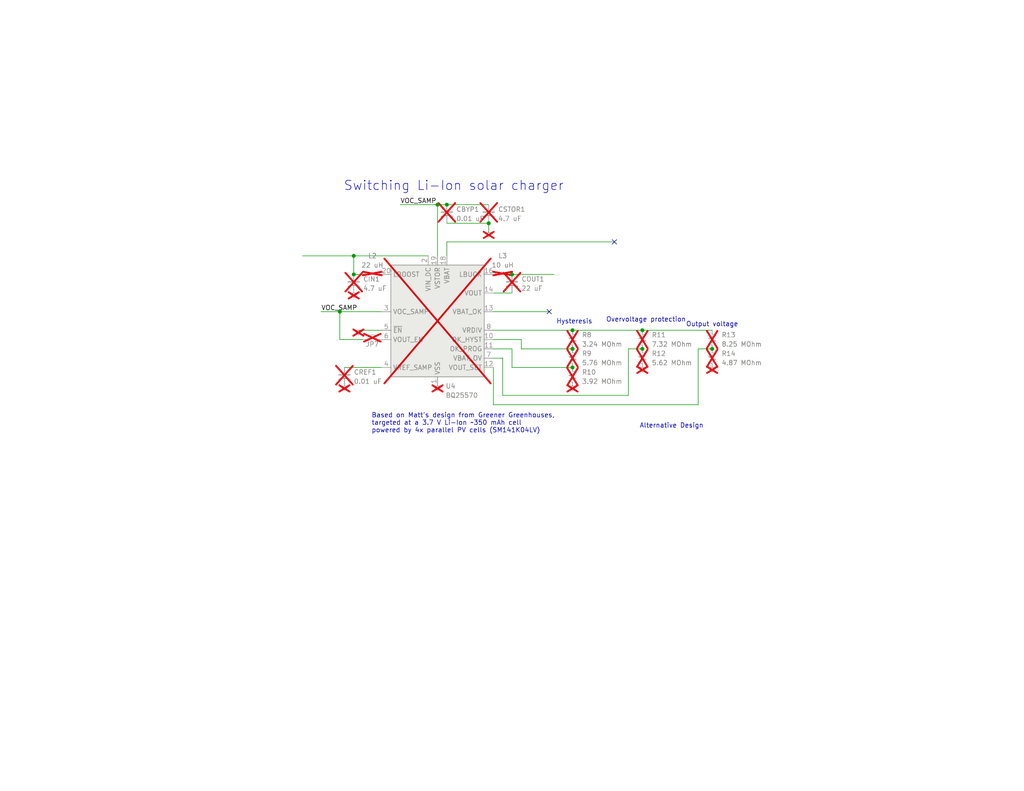
<source format=kicad_sch>
(kicad_sch (version 20231120) (generator "eeschema") (generator_version "8.0")
  (paper "USLetter")
  (title_block (title "ENTS Node Battery Module") (date "2024-11-12") (rev "3") (comment 1 "Jack Lin"))
  (lib_symbols
    (symbol "Battery_Management:BQ25570"
      (property "Reference" "U" (at -12.7 16.51 0))
      (property "Value" "BQ25570" (at 10.16 16.51 0))
      (symbol "BQ25570_0_1"
        (rectangle (start -12.7 15.24) (end 12.7 -15.24) (stroke (width 0.254)) (fill (type background)))
      )
      (symbol "BQ25570_1_1"
        (pin power_in line (at 0 -17.78 90) (length 2.54) (name "VSS") (number "1"))
        (pin input line (at 15.24 -5.08 180) (length 2.54) (name "OK_HYST") (number "10"))
        (pin input line (at 15.24 -7.62 180) (length 2.54) (name "OK_PROG") (number "11"))
        (pin input line (at 15.24 -12.7 180) (length 2.54) (name "VOUT_SET") (number "12"))
        (pin output line (at 15.24 2.54 180) (length 2.54) (name "VBAT_OK") (number "13"))
        (pin input line (at 15.24 7.62 180) (length 2.54) (name "VOUT") (number "14"))
        (pin passive line (at 0 -17.78 90) (length 2.54) hide (name "VSS") (number "15"))
        (pin passive line (at 15.24 12.7 180) (length 2.54) (name "LBUCK") (number "16"))
        (pin passive line (at 0 -17.78 90) (length 2.54) hide (name "VSS") (number "17"))
        (pin power_in line (at 2.54 17.78 270) (length 2.54) (name "VBAT") (number "18"))
        (pin power_out line (at 0 17.78 270) (length 2.54) (name "VSTOR") (number "19"))
        (pin power_in line (at -2.54 17.78 270) (length 2.54) (name "VIN_DC") (number "2"))
        (pin passive line (at -15.24 12.7 0) (length 2.54) (name "LBOOST") (number "20"))
        (pin passive line (at 0 -17.78 90) (length 2.54) hide (name "VSS") (number "21"))
        (pin input line (at -15.24 2.54 0) (length 2.54) (name "VOC_SAMP") (number "3"))
        (pin passive line (at -15.24 -12.7 0) (length 2.54) (name "VREF_SAMP") (number "4"))
        (pin input line (at -15.24 -2.54 0) (length 2.54) (name "~{EN}") (number "5"))
        (pin input line (at -15.24 -5.08 0) (length 2.54) (name "VOUT_EN") (number "6"))
        (pin input line (at 15.24 -10.16 180) (length 2.54) (name "VBAT_OV") (number "7"))
        (pin output line (at 15.24 -2.54 180) (length 2.54) (name "VRDIV") (number "8"))
        (pin passive line (at 0 -17.78 90) (length 2.54) hide (name "VSS") (number "9"))
      )
    )
    (symbol "Device:C_Polarized_Small_US" (pin_numbers hide) (pin_names (offset 0.254) hide)
      (property "Reference" "C" (at 0.254 1.778 0))
      (property "Value" "C_Polarized_Small_US" (at 0.254 -2.032 0))
      (symbol "C_Polarized_Small_US_0_1"
        (polyline (pts (xy -1.524 0.508) (xy 1.524 0.508)) (stroke (width 0.3048)))
        (polyline (pts (xy -1.27 1.524) (xy -0.762 1.524)))
        (polyline (pts (xy -1.016 1.27) (xy -1.016 1.778)))
        (arc (start 1.524 -0.762) (mid 0 -0.3734) (end -1.524 -0.762) (stroke (width 0.3048)))
      )
      (symbol "C_Polarized_Small_US_1_1"
        (pin passive line (at 0 2.54 270) (length 2.032) (name "~") (number "1"))
        (pin passive line (at 0 -2.54 90) (length 2.032) (name "~") (number "2"))
      )
    )
    (symbol "Device:L_Small" (pin_numbers hide) (pin_names (offset 0.254) hide)
      (property "Reference" "L" (at 0.762 1.016 0))
      (property "Value" "L_Small" (at 0.762 -1.016 0))
      (symbol "L_Small_0_1"
        (arc (start 0 -2.032) (mid 0.5058 -1.524) (end 0 -1.016))
        (arc (start 0 -1.016) (mid 0.5058 -0.508) (end 0 0))
        (arc (start 0 0) (mid 0.5058 0.508) (end 0 1.016))
        (arc (start 0 1.016) (mid 0.5058 1.524) (end 0 2.032))
      )
      (symbol "L_Small_1_1"
        (pin passive line (at 0 2.54 270) (length 0.508) (name "~") (number "1"))
        (pin passive line (at 0 -2.54 90) (length 0.508) (name "~") (number "2"))
      )
    )
    (symbol "Device:R_Small_US" (pin_numbers hide) (pin_names (offset 0.254) hide)
      (property "Reference" "R" (at 0.762 0.508 0))
      (property "Value" "R_Small_US" (at 0.762 -1.016 0))
      (symbol "R_Small_US_1_1"
        (polyline (pts (xy 0 0) (xy 1.016 -0.381) (xy 0 -0.762) (xy -1.016 -1.143) (xy 0 -1.524)))
        (polyline (pts (xy 0 1.524) (xy 1.016 1.143) (xy 0 0.762) (xy -1.016 0.381) (xy 0 0)))
        (pin passive line (at 0 2.54 270) (length 1.016) (name "~") (number "1"))
        (pin passive line (at 0 -2.54 90) (length 1.016) (name "~") (number "2"))
      )
    )
    (symbol "Jumper:Jumper_2_Small_Open" (pin_numbers hide) (pin_names (offset 0) hide) (exclude_from_sim yes)
      (property "Reference" "JP" (at 0 2.794 0))
      (property "Value" "Jumper_2_Small_Open" (at 0 -2.286 0))
      (symbol "Jumper_2_Small_Open_0_0"
        (circle (center -1.016 0) (radius 0.254))
        (circle (center 1.016 0) (radius 0.254))
      )
      (symbol "Jumper_2_Small_Open_0_1"
        (arc (start 0.762 1.0196) (mid 0 1.2729) (end -0.762 1.0196))
      )
      (symbol "Jumper_2_Small_Open_1_1"
        (pin passive line (at -2.54 0 0) (length 1.27) (name "A") (number "1"))
        (pin passive line (at 2.54 0 180) (length 1.27) (name "B") (number "2"))
      )
    )
    (symbol "Simulation_SPICE:0" (power) (pin_numbers hide) (pin_names (offset 0) hide)
      (property "Value" "0" (at 0 -2.54 0))
      (symbol "0_0_1"
        (polyline (pts (xy -1.27 0) (xy 0 -1.27) (xy 1.27 0) (xy -1.27 0)))
      )
      (symbol "0_1_1"
        (pin power_in line (at 0 0 0) (length 0) (name "~") (number "1"))
      )
    )
  )
  (junction (at 92.71 85.09))
  (junction (at 156.21 100.33))
  (junction (at 133.35 60.96))
  (junction (at 194.31 95.25))
  (junction (at 156.21 90.17))
  (junction (at 96.52 74.93))
  (junction (at 175.26 90.17))
  (junction (at 175.26 95.25))
  (junction (at 139.7 74.93))
  (junction (at 121.92 55.88))
  (junction (at 156.21 95.25))
  (junction (at 119.38 55.88))
  (junction (at 96.52 69.85))
  (no_connect (at 167.64 66.04))
  (no_connect (at 149.86 85.09))
  (wire (pts (xy 96.52 69.85) (xy 96.52 74.93)))
  (wire (pts (xy 171.45 95.25) (xy 175.26 95.25)))
  (wire (pts (xy 134.62 85.09) (xy 149.86 85.09)))
  (wire (pts (xy 99.06 92.71) (xy 92.71 92.71)))
  (wire (pts (xy 82.55 69.85) (xy 96.52 69.85)))
  (wire (pts (xy 142.24 95.25) (xy 156.21 95.25)))
  (wire (pts (xy 139.7 74.93) (xy 151.13 74.93)))
  (wire (pts (xy 96.52 74.93) (xy 99.06 74.93)))
  (wire (pts (xy 190.5 110.49) (xy 190.5 95.25)))
  (wire (pts (xy 190.5 95.25) (xy 194.31 95.25)))
  (wire (pts (xy 121.92 69.85) (xy 121.92 66.04)))
  (wire (pts (xy 109.22 55.88) (xy 119.38 55.88)))
  (wire (pts (xy 134.62 95.25) (xy 139.7 95.25)))
  (wire (pts (xy 116.84 69.85) (xy 96.52 69.85)))
  (wire (pts (xy 133.35 60.96) (xy 133.35 63.5)))
  (wire (pts (xy 121.92 55.88) (xy 119.38 55.88)))
  (wire (pts (xy 156.21 90.17) (xy 175.26 90.17)))
  (wire (pts (xy 142.24 92.71) (xy 142.24 95.25)))
  (wire (pts (xy 137.16 107.95) (xy 171.45 107.95)))
  (wire (pts (xy 134.62 110.49) (xy 190.5 110.49)))
  (wire (pts (xy 134.62 90.17) (xy 156.21 90.17)))
  (wire (pts (xy 121.92 60.96) (xy 133.35 60.96)))
  (wire (pts (xy 175.26 90.17) (xy 194.31 90.17)))
  (wire (pts (xy 119.38 55.88) (xy 119.38 69.85)))
  (wire (pts (xy 92.71 92.71) (xy 92.71 85.09)))
  (wire (pts (xy 139.7 100.33) (xy 139.7 95.25)))
  (wire (pts (xy 137.16 97.79) (xy 137.16 107.95)))
  (wire (pts (xy 121.92 66.04) (xy 167.64 66.04)))
  (wire (pts (xy 93.98 100.33) (xy 104.14 100.33)))
  (wire (pts (xy 97.79 90.17) (xy 104.14 90.17)))
  (wire (pts (xy 134.62 100.33) (xy 134.62 110.49)))
  (wire (pts (xy 87.63 85.09) (xy 92.71 85.09)))
  (wire (pts (xy 92.71 85.09) (xy 104.14 85.09)))
  (wire (pts (xy 134.62 97.79) (xy 137.16 97.79)))
  (wire (pts (xy 133.35 55.88) (xy 121.92 55.88)))
  (wire (pts (xy 134.62 92.71) (xy 142.24 92.71)))
  (wire (pts (xy 171.45 107.95) (xy 171.45 95.25)))
  (wire (pts (xy 134.62 80.01) (xy 139.7 80.01)))
  (wire (pts (xy 156.21 100.33) (xy 139.7 100.33)))
  (text "Overvoltage protection" (at 176.276 87.376 0) (effects (font (size 1.27 1.27))))
  (text "Alternative Design" (at 174.498 116.332 0) (effects (font (size 1.27 1.27)) (justify left)))
  (text "Switching Li-Ion solar charger" (at 93.726 52.324 0) (effects (font (size 2.54 2.54)) (justify left bottom)))
  (text "Output voltage" (at 194.31 88.646 0) (effects (font (size 1.27 1.27))))
  (text "Based on Matt's design from Greener Greenhouses,\ntargeted at a 3.7 V Li-Ion ~350 mAh cell\npowered by 4x parallel PV cells (SM141K04LV)" (at 101.346 115.57 0) (effects (font (size 1.27 1.27)) (justify left)))
  (text "Hysteresis" (at 156.718 87.884 0) (effects (font (size 1.27 1.27))))
  (label "VOC_SAMP" (at 87.63 85.09 0))
  (label "VOC_SAMP" (at 109.22 55.88 0))
  (symbol (lib_id "Battery_Management:BQ25570") (at 119.38 87.63 0) (unit 1) (in_bom no) (on_board no) (dnp yes)
    (property "Reference" "U4" (at 121.5741 105.41 0) (effects (justify left)))
    (property "Value" "BQ25570" (at 121.5741 107.95 0) (effects (justify left)))
    (property "Footprint" "Package_DFN_QFN:QFN-20-1EP_3.5x3.5mm_P0.5mm_EP2x2mm" (effects (hide yes)))
    (property "Datasheet" "http://www.ti.com/lit/ds/symlink/bq25570.pdf" (effects (hide yes)))
    (property "Description" "Nano Power Boost Charger and Buck Converter for Energy Harvester Powered Applications, QFN-20" (effects (hide yes)))
  )
  (symbol (lib_id "Device:R_Small_US") (at 175.26 92.71 0) (unit 1) (in_bom no) (on_board no) (dnp yes)
    (property "Reference" "R11" (at 177.8 91.4399 0) (effects (justify left)))
    (property "Value" "7.32 MOhm" (at 177.8 93.9799 0) (effects (justify left)))
    (property "Description" "Resistor, small US symbol" (effects (hide yes)))
  )
  (symbol (lib_id "Device:R_Small_US") (at 156.21 97.79 0) (unit 1) (in_bom no) (on_board no) (dnp yes)
    (property "Reference" "R9" (at 158.75 96.5199 0) (effects (justify left)))
    (property "Value" "5.76 MOhm" (at 158.75 99.0599 0) (effects (justify left)))
    (property "Description" "Resistor, small US symbol" (effects (hide yes)))
  )
  (symbol (lib_id "Simulation_SPICE:0") (at 97.79 90.17 0) (unit 1) (in_bom no) (on_board no) (dnp yes)
    (property "Reference" "#GND039" (effects (hide yes)))
    (property "Value" "0" (effects (hide yes)))
    (property "Datasheet" "https://ngspice.sourceforge.io/docs/ngspice-html-manual/manual.xhtml#subsec_Circuit_elements__device" (effects (hide yes)))
    (property "Description" "0V reference potential for simulation" (effects (hide yes)))
  )
  (symbol (lib_id "Simulation_SPICE:0") (at 175.26 100.33 0) (unit 1) (in_bom no) (on_board no) (dnp yes)
    (property "Reference" "#GND043" (effects (hide yes)))
    (property "Value" "0" (effects (hide yes)))
    (property "Datasheet" "https://ngspice.sourceforge.io/docs/ngspice-html-manual/manual.xhtml#subsec_Circuit_elements__device" (effects (hide yes)))
    (property "Description" "0V reference potential for simulation" (effects (hide yes)))
  )
  (symbol (lib_id "Simulation_SPICE:0") (at 96.52 80.01 0) (unit 1) (in_bom no) (on_board no) (dnp yes)
    (property "Reference" "#GND038" (effects (hide yes)))
    (property "Value" "0" (effects (hide yes)))
    (property "Datasheet" "https://ngspice.sourceforge.io/docs/ngspice-html-manual/manual.xhtml#subsec_Circuit_elements__device" (effects (hide yes)))
    (property "Description" "0V reference potential for simulation" (effects (hide yes)))
  )
  (symbol (lib_id "Device:L_Small") (at 137.16 74.93 90) (unit 1) (in_bom no) (on_board no) (dnp yes)
    (property "Reference" "L3" (at 137.16 69.85 90))
    (property "Value" "10 uH" (at 137.16 72.39 90))
    (property "Description" "Inductor, small symbol" (effects (hide yes)))
  )
  (symbol (lib_id "Device:R_Small_US") (at 194.31 92.71 0) (unit 1) (in_bom no) (on_board no) (dnp yes)
    (property "Reference" "R13" (at 196.85 91.4399 0) (effects (justify left)))
    (property "Value" "8.25 MOhm" (at 196.85 93.9799 0) (effects (justify left)))
    (property "Description" "Resistor, small US symbol" (effects (hide yes)))
  )
  (symbol (lib_id "Device:C_Polarized_Small_US") (at 139.7 77.47 0) (unit 1) (in_bom no) (on_board no) (dnp yes)
    (property "Reference" "COUT1" (at 142.24 76.2 0) (effects (justify left)))
    (property "Value" "22 uF" (at 142.24 78.74 0) (effects (justify left)))
    (property "Description" "Polarized capacitor, small US symbol" (effects (hide yes)))
  )
  (symbol (lib_id "Simulation_SPICE:0") (at 156.21 105.41 0) (unit 1) (in_bom no) (on_board no) (dnp yes)
    (property "Reference" "#GND042" (effects (hide yes)))
    (property "Value" "0" (effects (hide yes)))
    (property "Datasheet" "https://ngspice.sourceforge.io/docs/ngspice-html-manual/manual.xhtml#subsec_Circuit_elements__device" (effects (hide yes)))
    (property "Description" "0V reference potential for simulation" (effects (hide yes)))
  )
  (symbol (lib_id "Simulation_SPICE:0") (at 133.35 63.5 0) (unit 1) (in_bom no) (on_board no) (dnp yes)
    (property "Reference" "#GND041" (effects (hide yes)))
    (property "Value" "0" (effects (hide yes)))
    (property "Datasheet" "https://ngspice.sourceforge.io/docs/ngspice-html-manual/manual.xhtml#subsec_Circuit_elements__device" (effects (hide yes)))
    (property "Description" "0V reference potential for simulation" (effects (hide yes)))
  )
  (symbol (lib_id "Device:C_Polarized_Small_US") (at 96.52 77.47 0) (unit 1) (in_bom no) (on_board no) (dnp yes)
    (property "Reference" "CIN1" (at 99.06 76.2 0) (effects (justify left)))
    (property "Value" "4.7 uF" (at 99.06 78.74 0) (effects (justify left)))
    (property "Description" "Polarized capacitor, small US symbol" (effects (hide yes)))
  )
  (symbol (lib_id "Simulation_SPICE:0") (at 119.38 105.41 0) (unit 1) (in_bom no) (on_board no) (dnp yes)
    (property "Reference" "#GND040" (effects (hide yes)))
    (property "Value" "0" (effects (hide yes)))
    (property "Datasheet" "https://ngspice.sourceforge.io/docs/ngspice-html-manual/manual.xhtml#subsec_Circuit_elements__device" (effects (hide yes)))
    (property "Description" "0V reference potential for simulation" (effects (hide yes)))
  )
  (symbol (lib_id "Device:R_Small_US") (at 194.31 97.79 0) (unit 1) (in_bom no) (on_board no) (dnp yes)
    (property "Reference" "R14" (at 196.85 96.5199 0) (effects (justify left)))
    (property "Value" "4.87 MOhm" (at 196.85 99.0599 0) (effects (justify left)))
    (property "Description" "Resistor, small US symbol" (effects (hide yes)))
  )
  (symbol (lib_id "Simulation_SPICE:0") (at 93.98 105.41 0) (unit 1) (in_bom no) (on_board no) (dnp yes)
    (property "Reference" "#GND037" (effects (hide yes)))
    (property "Value" "0" (effects (hide yes)))
    (property "Datasheet" "https://ngspice.sourceforge.io/docs/ngspice-html-manual/manual.xhtml#subsec_Circuit_elements__device" (effects (hide yes)))
    (property "Description" "0V reference potential for simulation" (effects (hide yes)))
  )
  (symbol (lib_id "Device:R_Small_US") (at 156.21 102.87 0) (unit 1) (in_bom no) (on_board no) (dnp yes)
    (property "Reference" "R10" (at 158.75 101.5999 0) (effects (justify left)))
    (property "Value" "3.92 MOhm" (at 158.75 104.1399 0) (effects (justify left)))
    (property "Description" "Resistor, small US symbol" (effects (hide yes)))
  )
  (symbol (lib_id "Device:R_Small_US") (at 156.21 92.71 0) (unit 1) (in_bom no) (on_board no) (dnp yes)
    (property "Reference" "R8" (at 158.75 91.4399 0) (effects (justify left)))
    (property "Value" "3.24 MOhm" (at 158.75 93.9799 0) (effects (justify left)))
    (property "Description" "Resistor, small US symbol" (effects (hide yes)))
  )
  (symbol (lib_id "Simulation_SPICE:0") (at 194.31 100.33 0) (unit 1) (in_bom no) (on_board no) (dnp yes)
    (property "Reference" "#GND044" (effects (hide yes)))
    (property "Value" "0" (effects (hide yes)))
    (property "Datasheet" "https://ngspice.sourceforge.io/docs/ngspice-html-manual/manual.xhtml#subsec_Circuit_elements__device" (effects (hide yes)))
    (property "Description" "0V reference potential for simulation" (effects (hide yes)))
  )
  (symbol (lib_id "Device:L_Small") (at 101.6 74.93 90) (unit 1) (in_bom no) (on_board no) (dnp yes)
    (property "Reference" "L2" (at 101.6 69.85 90))
    (property "Value" "22 uH" (at 101.6 72.39 90))
    (property "Description" "Inductor, small symbol" (effects (hide yes)))
  )
  (symbol (lib_id "Device:C_Polarized_Small_US") (at 133.35 58.42 0) (unit 1) (in_bom no) (on_board no) (dnp yes)
    (property "Reference" "CSTOR1" (at 135.89 57.15 0) (effects (justify left)))
    (property "Value" "4.7 uF" (at 135.89 59.69 0) (effects (justify left)))
    (property "Description" "Polarized capacitor, small US symbol" (effects (hide yes)))
  )
  (symbol (lib_id "Jumper:Jumper_2_Small_Open") (at 101.6 92.71 0) (unit 1) (exclude_from_sim yes) (in_bom no) (on_board no) (dnp yes)
    (property "Reference" "JP7" (at 101.6 93.98 0))
    (property "Value" "Jumper_2_Small_Open" (effects (hide yes)))
    (property "Description" "Jumper, 2-pole, small symbol, open" (effects (hide yes)))
  )
  (symbol (lib_id "Device:C_Polarized_Small_US") (at 121.92 58.42 0) (unit 1) (in_bom no) (on_board no) (dnp yes)
    (property "Reference" "CBYP1" (at 124.46 57.15 0) (effects (justify left)))
    (property "Value" "0.01 uF" (at 124.46 59.69 0) (effects (justify left)))
    (property "Description" "Polarized capacitor, small US symbol" (effects (hide yes)))
  )
  (symbol (lib_id "Device:C_Polarized_Small_US") (at 93.98 102.87 0) (unit 1) (in_bom no) (on_board no) (dnp yes)
    (property "Reference" "CREF1" (at 96.52 101.6 0) (effects (justify left)))
    (property "Value" "0.01 uF" (at 96.52 104.14 0) (effects (justify left)))
    (property "Description" "Polarized capacitor, small US symbol" (effects (hide yes)))
  )
  (symbol (lib_id "Device:R_Small_US") (at 175.26 97.79 0) (unit 1) (in_bom no) (on_board no) (dnp yes)
    (property "Reference" "R12" (at 177.8 96.5199 0) (effects (justify left)))
    (property "Value" "5.62 MOhm" (at 177.8 99.0599 0) (effects (justify left)))
    (property "Description" "Resistor, small US symbol" (effects (hide yes)))
  )
)
</source>
